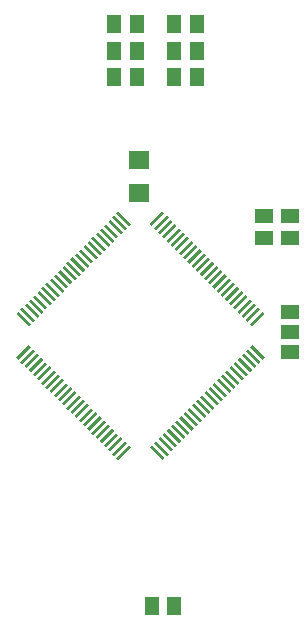
<source format=gtp>
G75*
%MOIN*%
%OFA0B0*%
%FSLAX25Y25*%
%IPPOS*%
%LPD*%
%AMOC8*
5,1,8,0,0,1.08239X$1,22.5*
%
%ADD10R,0.07087X0.06299*%
%ADD11R,0.05906X0.00984*%
%ADD12R,0.00984X0.05906*%
%ADD13R,0.05118X0.06299*%
%ADD14R,0.05906X0.05118*%
%ADD15R,0.06299X0.05118*%
D10*
X0056987Y0165850D03*
X0056987Y0176874D03*
D11*
G36*
X0051695Y0083786D02*
X0047520Y0079611D01*
X0046825Y0080306D01*
X0051000Y0084481D01*
X0051695Y0083786D01*
G37*
G36*
X0053087Y0082395D02*
X0048912Y0078220D01*
X0048217Y0078915D01*
X0052392Y0083090D01*
X0053087Y0082395D01*
G37*
G36*
X0054479Y0081003D02*
X0050304Y0076828D01*
X0049609Y0077523D01*
X0053784Y0081698D01*
X0054479Y0081003D01*
G37*
G36*
X0050303Y0085178D02*
X0046128Y0081003D01*
X0045433Y0081698D01*
X0049608Y0085873D01*
X0050303Y0085178D01*
G37*
G36*
X0048911Y0086570D02*
X0044736Y0082395D01*
X0044041Y0083090D01*
X0048216Y0087265D01*
X0048911Y0086570D01*
G37*
G36*
X0047520Y0087962D02*
X0043345Y0083787D01*
X0042650Y0084482D01*
X0046825Y0088657D01*
X0047520Y0087962D01*
G37*
G36*
X0046128Y0089354D02*
X0041953Y0085179D01*
X0041258Y0085874D01*
X0045433Y0090049D01*
X0046128Y0089354D01*
G37*
G36*
X0044736Y0090746D02*
X0040561Y0086571D01*
X0039866Y0087266D01*
X0044041Y0091441D01*
X0044736Y0090746D01*
G37*
G36*
X0043344Y0092138D02*
X0039169Y0087963D01*
X0038474Y0088658D01*
X0042649Y0092833D01*
X0043344Y0092138D01*
G37*
G36*
X0041952Y0093530D02*
X0037777Y0089355D01*
X0037082Y0090050D01*
X0041257Y0094225D01*
X0041952Y0093530D01*
G37*
G36*
X0040560Y0094922D02*
X0036385Y0090747D01*
X0035690Y0091442D01*
X0039865Y0095617D01*
X0040560Y0094922D01*
G37*
G36*
X0039168Y0096314D02*
X0034993Y0092139D01*
X0034298Y0092834D01*
X0038473Y0097009D01*
X0039168Y0096314D01*
G37*
G36*
X0037776Y0097706D02*
X0033601Y0093531D01*
X0032906Y0094226D01*
X0037081Y0098401D01*
X0037776Y0097706D01*
G37*
G36*
X0036384Y0099098D02*
X0032209Y0094923D01*
X0031514Y0095618D01*
X0035689Y0099793D01*
X0036384Y0099098D01*
G37*
G36*
X0034992Y0100490D02*
X0030817Y0096315D01*
X0030122Y0097010D01*
X0034297Y0101185D01*
X0034992Y0100490D01*
G37*
G36*
X0033600Y0101882D02*
X0029425Y0097707D01*
X0028730Y0098402D01*
X0032905Y0102577D01*
X0033600Y0101882D01*
G37*
G36*
X0032208Y0103274D02*
X0028033Y0099099D01*
X0027338Y0099794D01*
X0031513Y0103969D01*
X0032208Y0103274D01*
G37*
G36*
X0030816Y0104666D02*
X0026641Y0100491D01*
X0025946Y0101186D01*
X0030121Y0105361D01*
X0030816Y0104666D01*
G37*
G36*
X0029424Y0106058D02*
X0025249Y0101883D01*
X0024554Y0102578D01*
X0028729Y0106753D01*
X0029424Y0106058D01*
G37*
G36*
X0028032Y0107450D02*
X0023857Y0103275D01*
X0023162Y0103970D01*
X0027337Y0108145D01*
X0028032Y0107450D01*
G37*
G36*
X0026640Y0108841D02*
X0022465Y0104666D01*
X0021770Y0105361D01*
X0025945Y0109536D01*
X0026640Y0108841D01*
G37*
G36*
X0025248Y0110233D02*
X0021073Y0106058D01*
X0020378Y0106753D01*
X0024553Y0110928D01*
X0025248Y0110233D01*
G37*
G36*
X0023856Y0111625D02*
X0019681Y0107450D01*
X0018986Y0108145D01*
X0023161Y0112320D01*
X0023856Y0111625D01*
G37*
G36*
X0022465Y0113017D02*
X0018290Y0108842D01*
X0017595Y0109537D01*
X0021770Y0113712D01*
X0022465Y0113017D01*
G37*
G36*
X0021073Y0114409D02*
X0016898Y0110234D01*
X0016203Y0110929D01*
X0020378Y0115104D01*
X0021073Y0114409D01*
G37*
G36*
X0065615Y0158951D02*
X0061440Y0154776D01*
X0060745Y0155471D01*
X0064920Y0159646D01*
X0065615Y0158951D01*
G37*
G36*
X0067007Y0157559D02*
X0062832Y0153384D01*
X0062137Y0154079D01*
X0066312Y0158254D01*
X0067007Y0157559D01*
G37*
G36*
X0068399Y0156168D02*
X0064224Y0151993D01*
X0063529Y0152688D01*
X0067704Y0156863D01*
X0068399Y0156168D01*
G37*
G36*
X0069791Y0154776D02*
X0065616Y0150601D01*
X0064921Y0151296D01*
X0069096Y0155471D01*
X0069791Y0154776D01*
G37*
G36*
X0071183Y0153384D02*
X0067008Y0149209D01*
X0066313Y0149904D01*
X0070488Y0154079D01*
X0071183Y0153384D01*
G37*
G36*
X0072574Y0151992D02*
X0068399Y0147817D01*
X0067704Y0148512D01*
X0071879Y0152687D01*
X0072574Y0151992D01*
G37*
G36*
X0073966Y0150600D02*
X0069791Y0146425D01*
X0069096Y0147120D01*
X0073271Y0151295D01*
X0073966Y0150600D01*
G37*
G36*
X0075358Y0149208D02*
X0071183Y0145033D01*
X0070488Y0145728D01*
X0074663Y0149903D01*
X0075358Y0149208D01*
G37*
G36*
X0076750Y0147816D02*
X0072575Y0143641D01*
X0071880Y0144336D01*
X0076055Y0148511D01*
X0076750Y0147816D01*
G37*
G36*
X0078142Y0146424D02*
X0073967Y0142249D01*
X0073272Y0142944D01*
X0077447Y0147119D01*
X0078142Y0146424D01*
G37*
G36*
X0079534Y0145032D02*
X0075359Y0140857D01*
X0074664Y0141552D01*
X0078839Y0145727D01*
X0079534Y0145032D01*
G37*
G36*
X0080926Y0143640D02*
X0076751Y0139465D01*
X0076056Y0140160D01*
X0080231Y0144335D01*
X0080926Y0143640D01*
G37*
G36*
X0082318Y0142248D02*
X0078143Y0138073D01*
X0077448Y0138768D01*
X0081623Y0142943D01*
X0082318Y0142248D01*
G37*
G36*
X0083710Y0140856D02*
X0079535Y0136681D01*
X0078840Y0137376D01*
X0083015Y0141551D01*
X0083710Y0140856D01*
G37*
G36*
X0085102Y0139464D02*
X0080927Y0135289D01*
X0080232Y0135984D01*
X0084407Y0140159D01*
X0085102Y0139464D01*
G37*
G36*
X0086494Y0138072D02*
X0082319Y0133897D01*
X0081624Y0134592D01*
X0085799Y0138767D01*
X0086494Y0138072D01*
G37*
G36*
X0087886Y0136680D02*
X0083711Y0132505D01*
X0083016Y0133200D01*
X0087191Y0137375D01*
X0087886Y0136680D01*
G37*
G36*
X0089278Y0135288D02*
X0085103Y0131113D01*
X0084408Y0131808D01*
X0088583Y0135983D01*
X0089278Y0135288D01*
G37*
G36*
X0090670Y0133896D02*
X0086495Y0129721D01*
X0085800Y0130416D01*
X0089975Y0134591D01*
X0090670Y0133896D01*
G37*
G36*
X0092062Y0132504D02*
X0087887Y0128329D01*
X0087192Y0129024D01*
X0091367Y0133199D01*
X0092062Y0132504D01*
G37*
G36*
X0093454Y0131113D02*
X0089279Y0126938D01*
X0088584Y0127633D01*
X0092759Y0131808D01*
X0093454Y0131113D01*
G37*
G36*
X0094846Y0129721D02*
X0090671Y0125546D01*
X0089976Y0126241D01*
X0094151Y0130416D01*
X0094846Y0129721D01*
G37*
G36*
X0096238Y0128329D02*
X0092063Y0124154D01*
X0091368Y0124849D01*
X0095543Y0129024D01*
X0096238Y0128329D01*
G37*
G36*
X0097629Y0126937D02*
X0093454Y0122762D01*
X0092759Y0123457D01*
X0096934Y0127632D01*
X0097629Y0126937D01*
G37*
G36*
X0099021Y0125545D02*
X0094846Y0121370D01*
X0094151Y0122065D01*
X0098326Y0126240D01*
X0099021Y0125545D01*
G37*
D12*
G36*
X0099021Y0110929D02*
X0098326Y0110234D01*
X0094151Y0114409D01*
X0094846Y0115104D01*
X0099021Y0110929D01*
G37*
G36*
X0097629Y0109537D02*
X0096934Y0108842D01*
X0092759Y0113017D01*
X0093454Y0113712D01*
X0097629Y0109537D01*
G37*
G36*
X0096238Y0108145D02*
X0095543Y0107450D01*
X0091368Y0111625D01*
X0092063Y0112320D01*
X0096238Y0108145D01*
G37*
G36*
X0094846Y0106753D02*
X0094151Y0106058D01*
X0089976Y0110233D01*
X0090671Y0110928D01*
X0094846Y0106753D01*
G37*
G36*
X0093454Y0105361D02*
X0092759Y0104666D01*
X0088584Y0108841D01*
X0089279Y0109536D01*
X0093454Y0105361D01*
G37*
G36*
X0092062Y0103970D02*
X0091367Y0103275D01*
X0087192Y0107450D01*
X0087887Y0108145D01*
X0092062Y0103970D01*
G37*
G36*
X0090670Y0102578D02*
X0089975Y0101883D01*
X0085800Y0106058D01*
X0086495Y0106753D01*
X0090670Y0102578D01*
G37*
G36*
X0089278Y0101186D02*
X0088583Y0100491D01*
X0084408Y0104666D01*
X0085103Y0105361D01*
X0089278Y0101186D01*
G37*
G36*
X0087886Y0099794D02*
X0087191Y0099099D01*
X0083016Y0103274D01*
X0083711Y0103969D01*
X0087886Y0099794D01*
G37*
G36*
X0086494Y0098402D02*
X0085799Y0097707D01*
X0081624Y0101882D01*
X0082319Y0102577D01*
X0086494Y0098402D01*
G37*
G36*
X0085102Y0097010D02*
X0084407Y0096315D01*
X0080232Y0100490D01*
X0080927Y0101185D01*
X0085102Y0097010D01*
G37*
G36*
X0083710Y0095618D02*
X0083015Y0094923D01*
X0078840Y0099098D01*
X0079535Y0099793D01*
X0083710Y0095618D01*
G37*
G36*
X0082318Y0094226D02*
X0081623Y0093531D01*
X0077448Y0097706D01*
X0078143Y0098401D01*
X0082318Y0094226D01*
G37*
G36*
X0080926Y0092834D02*
X0080231Y0092139D01*
X0076056Y0096314D01*
X0076751Y0097009D01*
X0080926Y0092834D01*
G37*
G36*
X0079534Y0091442D02*
X0078839Y0090747D01*
X0074664Y0094922D01*
X0075359Y0095617D01*
X0079534Y0091442D01*
G37*
G36*
X0078142Y0090050D02*
X0077447Y0089355D01*
X0073272Y0093530D01*
X0073967Y0094225D01*
X0078142Y0090050D01*
G37*
G36*
X0076750Y0088658D02*
X0076055Y0087963D01*
X0071880Y0092138D01*
X0072575Y0092833D01*
X0076750Y0088658D01*
G37*
G36*
X0075358Y0087266D02*
X0074663Y0086571D01*
X0070488Y0090746D01*
X0071183Y0091441D01*
X0075358Y0087266D01*
G37*
G36*
X0073966Y0085874D02*
X0073271Y0085179D01*
X0069096Y0089354D01*
X0069791Y0090049D01*
X0073966Y0085874D01*
G37*
G36*
X0072574Y0084482D02*
X0071879Y0083787D01*
X0067704Y0087962D01*
X0068399Y0088657D01*
X0072574Y0084482D01*
G37*
G36*
X0071183Y0083090D02*
X0070488Y0082395D01*
X0066313Y0086570D01*
X0067008Y0087265D01*
X0071183Y0083090D01*
G37*
G36*
X0069791Y0081698D02*
X0069096Y0081003D01*
X0064921Y0085178D01*
X0065616Y0085873D01*
X0069791Y0081698D01*
G37*
G36*
X0068399Y0080306D02*
X0067704Y0079611D01*
X0063529Y0083786D01*
X0064224Y0084481D01*
X0068399Y0080306D01*
G37*
G36*
X0067007Y0078915D02*
X0066312Y0078220D01*
X0062137Y0082395D01*
X0062832Y0083090D01*
X0067007Y0078915D01*
G37*
G36*
X0065615Y0077523D02*
X0064920Y0076828D01*
X0060745Y0081003D01*
X0061440Y0081698D01*
X0065615Y0077523D01*
G37*
G36*
X0033600Y0134592D02*
X0032905Y0133897D01*
X0028730Y0138072D01*
X0029425Y0138767D01*
X0033600Y0134592D01*
G37*
G36*
X0034992Y0135984D02*
X0034297Y0135289D01*
X0030122Y0139464D01*
X0030817Y0140159D01*
X0034992Y0135984D01*
G37*
G36*
X0036384Y0137376D02*
X0035689Y0136681D01*
X0031514Y0140856D01*
X0032209Y0141551D01*
X0036384Y0137376D01*
G37*
G36*
X0037776Y0138768D02*
X0037081Y0138073D01*
X0032906Y0142248D01*
X0033601Y0142943D01*
X0037776Y0138768D01*
G37*
G36*
X0039168Y0140160D02*
X0038473Y0139465D01*
X0034298Y0143640D01*
X0034993Y0144335D01*
X0039168Y0140160D01*
G37*
G36*
X0040560Y0141552D02*
X0039865Y0140857D01*
X0035690Y0145032D01*
X0036385Y0145727D01*
X0040560Y0141552D01*
G37*
G36*
X0041952Y0142944D02*
X0041257Y0142249D01*
X0037082Y0146424D01*
X0037777Y0147119D01*
X0041952Y0142944D01*
G37*
G36*
X0043344Y0144336D02*
X0042649Y0143641D01*
X0038474Y0147816D01*
X0039169Y0148511D01*
X0043344Y0144336D01*
G37*
G36*
X0044736Y0145728D02*
X0044041Y0145033D01*
X0039866Y0149208D01*
X0040561Y0149903D01*
X0044736Y0145728D01*
G37*
G36*
X0046128Y0147120D02*
X0045433Y0146425D01*
X0041258Y0150600D01*
X0041953Y0151295D01*
X0046128Y0147120D01*
G37*
G36*
X0047520Y0148512D02*
X0046825Y0147817D01*
X0042650Y0151992D01*
X0043345Y0152687D01*
X0047520Y0148512D01*
G37*
G36*
X0048911Y0149904D02*
X0048216Y0149209D01*
X0044041Y0153384D01*
X0044736Y0154079D01*
X0048911Y0149904D01*
G37*
G36*
X0050303Y0151296D02*
X0049608Y0150601D01*
X0045433Y0154776D01*
X0046128Y0155471D01*
X0050303Y0151296D01*
G37*
G36*
X0051695Y0152688D02*
X0051000Y0151993D01*
X0046825Y0156168D01*
X0047520Y0156863D01*
X0051695Y0152688D01*
G37*
G36*
X0053087Y0154079D02*
X0052392Y0153384D01*
X0048217Y0157559D01*
X0048912Y0158254D01*
X0053087Y0154079D01*
G37*
G36*
X0054479Y0155471D02*
X0053784Y0154776D01*
X0049609Y0158951D01*
X0050304Y0159646D01*
X0054479Y0155471D01*
G37*
G36*
X0032208Y0133200D02*
X0031513Y0132505D01*
X0027338Y0136680D01*
X0028033Y0137375D01*
X0032208Y0133200D01*
G37*
G36*
X0030816Y0131808D02*
X0030121Y0131113D01*
X0025946Y0135288D01*
X0026641Y0135983D01*
X0030816Y0131808D01*
G37*
G36*
X0029424Y0130416D02*
X0028729Y0129721D01*
X0024554Y0133896D01*
X0025249Y0134591D01*
X0029424Y0130416D01*
G37*
G36*
X0028032Y0129024D02*
X0027337Y0128329D01*
X0023162Y0132504D01*
X0023857Y0133199D01*
X0028032Y0129024D01*
G37*
G36*
X0026640Y0127633D02*
X0025945Y0126938D01*
X0021770Y0131113D01*
X0022465Y0131808D01*
X0026640Y0127633D01*
G37*
G36*
X0025248Y0126241D02*
X0024553Y0125546D01*
X0020378Y0129721D01*
X0021073Y0130416D01*
X0025248Y0126241D01*
G37*
G36*
X0023856Y0124849D02*
X0023161Y0124154D01*
X0018986Y0128329D01*
X0019681Y0129024D01*
X0023856Y0124849D01*
G37*
G36*
X0022465Y0123457D02*
X0021770Y0122762D01*
X0017595Y0126937D01*
X0018290Y0127632D01*
X0022465Y0123457D01*
G37*
G36*
X0021073Y0122065D02*
X0020378Y0121370D01*
X0016203Y0125545D01*
X0016898Y0126240D01*
X0021073Y0122065D01*
G37*
D13*
X0048872Y0204487D03*
X0048872Y0213237D03*
X0048872Y0221987D03*
X0056352Y0221987D03*
X0056352Y0213237D03*
X0056352Y0204487D03*
X0068872Y0204487D03*
X0068872Y0213237D03*
X0068872Y0221987D03*
X0076352Y0221987D03*
X0076352Y0213237D03*
X0076352Y0204487D03*
X0068852Y0028237D03*
X0061372Y0028237D03*
D14*
X0107612Y0112794D03*
X0107612Y0119487D03*
X0107612Y0126180D03*
D15*
X0107612Y0150747D03*
X0107612Y0158227D03*
X0098862Y0158227D03*
X0098862Y0150747D03*
M02*

</source>
